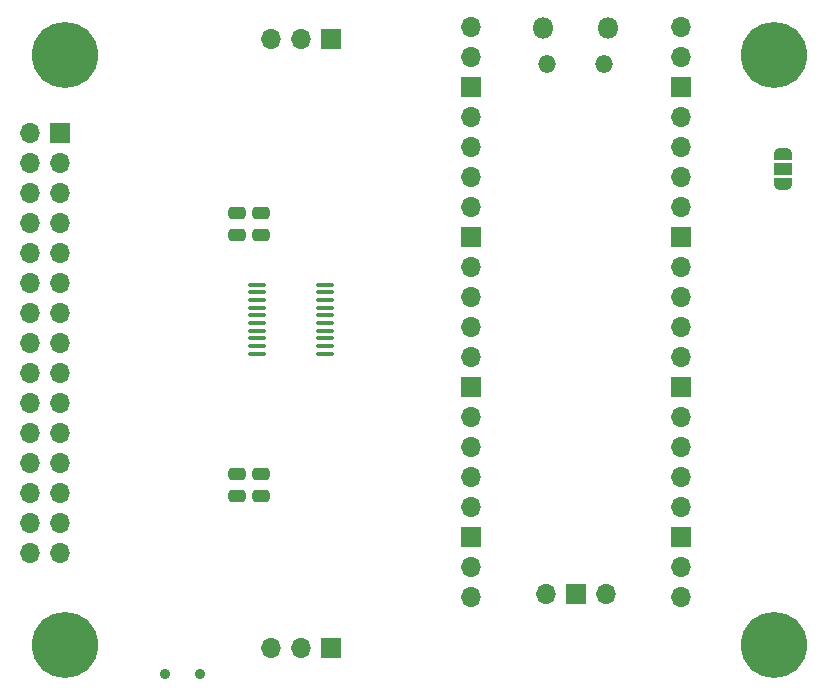
<source format=gbs>
G04 #@! TF.GenerationSoftware,KiCad,Pcbnew,7.0.7*
G04 #@! TF.CreationDate,2023-10-08T00:04:21-07:00*
G04 #@! TF.ProjectId,LogicAnalyzer,4c6f6769-6341-46e6-916c-797a65722e6b,rev?*
G04 #@! TF.SameCoordinates,Original*
G04 #@! TF.FileFunction,Soldermask,Bot*
G04 #@! TF.FilePolarity,Negative*
%FSLAX46Y46*%
G04 Gerber Fmt 4.6, Leading zero omitted, Abs format (unit mm)*
G04 Created by KiCad (PCBNEW 7.0.7) date 2023-10-08 00:04:21*
%MOMM*%
%LPD*%
G01*
G04 APERTURE LIST*
G04 Aperture macros list*
%AMRoundRect*
0 Rectangle with rounded corners*
0 $1 Rounding radius*
0 $2 $3 $4 $5 $6 $7 $8 $9 X,Y pos of 4 corners*
0 Add a 4 corners polygon primitive as box body*
4,1,4,$2,$3,$4,$5,$6,$7,$8,$9,$2,$3,0*
0 Add four circle primitives for the rounded corners*
1,1,$1+$1,$2,$3*
1,1,$1+$1,$4,$5*
1,1,$1+$1,$6,$7*
1,1,$1+$1,$8,$9*
0 Add four rect primitives between the rounded corners*
20,1,$1+$1,$2,$3,$4,$5,0*
20,1,$1+$1,$4,$5,$6,$7,0*
20,1,$1+$1,$6,$7,$8,$9,0*
20,1,$1+$1,$8,$9,$2,$3,0*%
%AMFreePoly0*
4,1,19,0.550000,-0.750000,0.000000,-0.750000,0.000000,-0.744911,-0.071157,-0.744911,-0.207708,-0.704816,-0.327430,-0.627875,-0.420627,-0.520320,-0.479746,-0.390866,-0.500000,-0.250000,-0.500000,0.250000,-0.479746,0.390866,-0.420627,0.520320,-0.327430,0.627875,-0.207708,0.704816,-0.071157,0.744911,0.000000,0.744911,0.000000,0.750000,0.550000,0.750000,0.550000,-0.750000,0.550000,-0.750000,
$1*%
%AMFreePoly1*
4,1,19,0.000000,0.744911,0.071157,0.744911,0.207708,0.704816,0.327430,0.627875,0.420627,0.520320,0.479746,0.390866,0.500000,0.250000,0.500000,-0.250000,0.479746,-0.390866,0.420627,-0.520320,0.327430,-0.627875,0.207708,-0.704816,0.071157,-0.744911,0.000000,-0.744911,0.000000,-0.750000,-0.550000,-0.750000,-0.550000,0.750000,0.000000,0.750000,0.000000,0.744911,0.000000,0.744911,
$1*%
G04 Aperture macros list end*
%ADD10C,3.600000*%
%ADD11C,5.600000*%
%ADD12R,1.700000X1.700000*%
%ADD13O,1.700000X1.700000*%
%ADD14C,0.900000*%
%ADD15O,1.800000X1.800000*%
%ADD16O,1.500000X1.500000*%
%ADD17FreePoly0,270.000000*%
%ADD18R,1.500000X1.000000*%
%ADD19FreePoly1,270.000000*%
%ADD20RoundRect,0.100000X0.637500X0.100000X-0.637500X0.100000X-0.637500X-0.100000X0.637500X-0.100000X0*%
%ADD21RoundRect,0.250000X0.475000X-0.250000X0.475000X0.250000X-0.475000X0.250000X-0.475000X-0.250000X0*%
%ADD22RoundRect,0.250000X-0.475000X0.250000X-0.475000X-0.250000X0.475000X-0.250000X0.475000X0.250000X0*%
G04 APERTURE END LIST*
D10*
X65000000Y-117000000D03*
D11*
X65000000Y-117000000D03*
X125000000Y-117000000D03*
D10*
X125000000Y-117000000D03*
D11*
X125000000Y-67000000D03*
D10*
X125000000Y-67000000D03*
D11*
X65000000Y-67000000D03*
D10*
X65000000Y-67000000D03*
D12*
X87475000Y-65725000D03*
D13*
X84935000Y-65725000D03*
X82395000Y-65725000D03*
D14*
X73430000Y-119456000D03*
X76430000Y-119456000D03*
D15*
X105460000Y-64785000D03*
D16*
X105760000Y-67815000D03*
X110610000Y-67815000D03*
D15*
X110910000Y-64785000D03*
D13*
X99295000Y-64655000D03*
X99295000Y-67195000D03*
D12*
X99295000Y-69735000D03*
D13*
X99295000Y-72275000D03*
X99295000Y-74815000D03*
X99295000Y-77355000D03*
X99295000Y-79895000D03*
D12*
X99295000Y-82435000D03*
D13*
X99295000Y-84975000D03*
X99295000Y-87515000D03*
X99295000Y-90055000D03*
X99295000Y-92595000D03*
D12*
X99295000Y-95135000D03*
D13*
X99295000Y-97675000D03*
X99295000Y-100215000D03*
X99295000Y-102755000D03*
X99295000Y-105295000D03*
D12*
X99295000Y-107835000D03*
D13*
X99295000Y-110375000D03*
X99295000Y-112915000D03*
X117075000Y-112915000D03*
X117075000Y-110375000D03*
D12*
X117075000Y-107835000D03*
D13*
X117075000Y-105295000D03*
X117075000Y-102755000D03*
X117075000Y-100215000D03*
X117075000Y-97675000D03*
D12*
X117075000Y-95135000D03*
D13*
X117075000Y-92595000D03*
X117075000Y-90055000D03*
X117075000Y-87515000D03*
X117075000Y-84975000D03*
D12*
X117075000Y-82435000D03*
D13*
X117075000Y-79895000D03*
X117075000Y-77355000D03*
X117075000Y-74815000D03*
X117075000Y-72275000D03*
D12*
X117075000Y-69735000D03*
D13*
X117075000Y-67195000D03*
X117075000Y-64655000D03*
X105645000Y-112685000D03*
D12*
X108185000Y-112685000D03*
D13*
X110725000Y-112685000D03*
X82395000Y-117226000D03*
X84935000Y-117226000D03*
D12*
X87475000Y-117226000D03*
D17*
X125730000Y-75378000D03*
D18*
X125730000Y-76678000D03*
D19*
X125730000Y-77978000D03*
D12*
X64516000Y-73660000D03*
D13*
X61976000Y-73660000D03*
X64516000Y-76200000D03*
X61976000Y-76200000D03*
X64516000Y-78740000D03*
X61976000Y-78740000D03*
X64516000Y-81280000D03*
X61976000Y-81280000D03*
X64516000Y-83820000D03*
X61976000Y-83820000D03*
X64516000Y-86360000D03*
X61976000Y-86360000D03*
X64516000Y-88900000D03*
X61976000Y-88900000D03*
X64516000Y-91440000D03*
X61976000Y-91440000D03*
X64516000Y-93980000D03*
X61976000Y-93980000D03*
X64516000Y-96520000D03*
X61976000Y-96520000D03*
X64516000Y-99060000D03*
X61976000Y-99060000D03*
X64516000Y-101600000D03*
X61976000Y-101600000D03*
X64516000Y-104140000D03*
X61976000Y-104140000D03*
X64516000Y-106680000D03*
X61976000Y-106680000D03*
X64516000Y-109220000D03*
X61976000Y-109220000D03*
D20*
X86936500Y-86483000D03*
X86936500Y-87133000D03*
X86936500Y-87783000D03*
X86936500Y-88433000D03*
X86936500Y-89083000D03*
X86936500Y-89733000D03*
X86936500Y-90383000D03*
X86936500Y-91033000D03*
X86936500Y-91683000D03*
X86936500Y-92333000D03*
X81211500Y-92333000D03*
X81211500Y-91683000D03*
X81211500Y-91033000D03*
X81211500Y-90383000D03*
X81211500Y-89733000D03*
X81211500Y-89083000D03*
X81211500Y-88433000D03*
X81211500Y-87783000D03*
X81211500Y-87133000D03*
X81211500Y-86483000D03*
D21*
X81534000Y-104394000D03*
X81534000Y-102494000D03*
X81534000Y-82296000D03*
X81534000Y-80396000D03*
D22*
X79502000Y-80396000D03*
X79502000Y-82296000D03*
X79502000Y-102494000D03*
X79502000Y-104394000D03*
M02*

</source>
